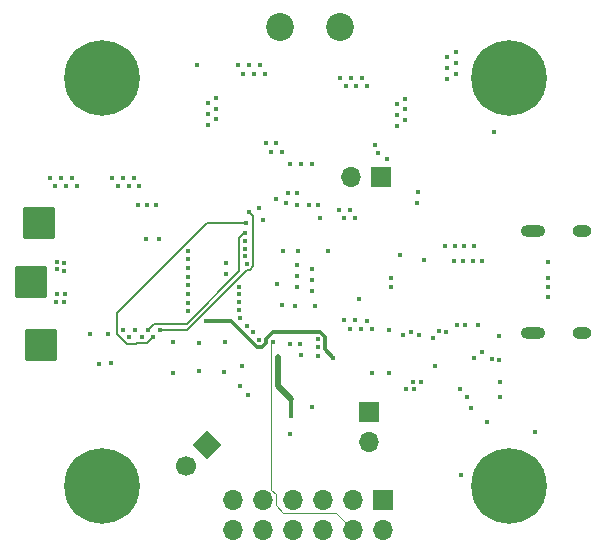
<source format=gbr>
%TF.GenerationSoftware,KiCad,Pcbnew,7.0.9*%
%TF.CreationDate,2024-02-12T03:50:36+01:00*%
%TF.ProjectId,MTR_Tiny_MD,4d54525f-5469-46e7-995f-4d442e6b6963,rev?*%
%TF.SameCoordinates,Original*%
%TF.FileFunction,Copper,L4,Inr*%
%TF.FilePolarity,Positive*%
%FSLAX46Y46*%
G04 Gerber Fmt 4.6, Leading zero omitted, Abs format (unit mm)*
G04 Created by KiCad (PCBNEW 7.0.9) date 2024-02-12 03:50:36*
%MOMM*%
%LPD*%
G01*
G04 APERTURE LIST*
G04 Aperture macros list*
%AMRoundRect*
0 Rectangle with rounded corners*
0 $1 Rounding radius*
0 $2 $3 $4 $5 $6 $7 $8 $9 X,Y pos of 4 corners*
0 Add a 4 corners polygon primitive as box body*
4,1,4,$2,$3,$4,$5,$6,$7,$8,$9,$2,$3,0*
0 Add four circle primitives for the rounded corners*
1,1,$1+$1,$2,$3*
1,1,$1+$1,$4,$5*
1,1,$1+$1,$6,$7*
1,1,$1+$1,$8,$9*
0 Add four rect primitives between the rounded corners*
20,1,$1+$1,$2,$3,$4,$5,0*
20,1,$1+$1,$4,$5,$6,$7,0*
20,1,$1+$1,$6,$7,$8,$9,0*
20,1,$1+$1,$8,$9,$2,$3,0*%
%AMHorizOval*
0 Thick line with rounded ends*
0 $1 width*
0 $2 $3 position (X,Y) of the first rounded end (center of the circle)*
0 $4 $5 position (X,Y) of the second rounded end (center of the circle)*
0 Add line between two ends*
20,1,$1,$2,$3,$4,$5,0*
0 Add two circle primitives to create the rounded ends*
1,1,$1,$2,$3*
1,1,$1,$4,$5*%
%AMRotRect*
0 Rectangle, with rotation*
0 The origin of the aperture is its center*
0 $1 length*
0 $2 width*
0 $3 Rotation angle, in degrees counterclockwise*
0 Add horizontal line*
21,1,$1,$2,0,0,$3*%
G04 Aperture macros list end*
%TA.AperFunction,ComponentPad*%
%ADD10R,1.700000X1.700000*%
%TD*%
%TA.AperFunction,ComponentPad*%
%ADD11O,1.700000X1.700000*%
%TD*%
%TA.AperFunction,ComponentPad*%
%ADD12RoundRect,0.165000X1.210000X-1.210000X1.210000X1.210000X-1.210000X1.210000X-1.210000X-1.210000X0*%
%TD*%
%TA.AperFunction,ComponentPad*%
%ADD13C,0.800000*%
%TD*%
%TA.AperFunction,ComponentPad*%
%ADD14C,6.400000*%
%TD*%
%TA.AperFunction,ComponentPad*%
%ADD15C,2.362200*%
%TD*%
%TA.AperFunction,ComponentPad*%
%ADD16O,2.100000X1.000000*%
%TD*%
%TA.AperFunction,ComponentPad*%
%ADD17O,1.600000X1.000000*%
%TD*%
%TA.AperFunction,ComponentPad*%
%ADD18RotRect,1.700000X1.700000X315.000000*%
%TD*%
%TA.AperFunction,ComponentPad*%
%ADD19HorizOval,1.700000X0.000000X0.000000X0.000000X0.000000X0*%
%TD*%
%TA.AperFunction,ViaPad*%
%ADD20C,0.450000*%
%TD*%
%TA.AperFunction,Conductor*%
%ADD21C,0.300000*%
%TD*%
%TA.AperFunction,Conductor*%
%ADD22C,0.500000*%
%TD*%
%TA.AperFunction,Conductor*%
%ADD23C,0.100000*%
%TD*%
%TA.AperFunction,Conductor*%
%ADD24C,0.200000*%
%TD*%
G04 APERTURE END LIST*
D10*
%TO.N,GND*%
%TO.C,J5*%
X110400000Y-111025000D03*
D11*
%TO.N,DOUT*%
X110400000Y-113565000D03*
%TD*%
D12*
%TO.N,OUTC*%
%TO.C,H12*%
X82620000Y-105310000D03*
%TD*%
D13*
%TO.N,GND*%
%TO.C,H1*%
X119850000Y-117250000D03*
X120552944Y-115552944D03*
X120552944Y-118947056D03*
X122250000Y-114850000D03*
D14*
X122250000Y-117250000D03*
D13*
X122250000Y-119650000D03*
X123947056Y-115552944D03*
X123947056Y-118947056D03*
X124650000Y-117250000D03*
%TD*%
%TO.N,GND*%
%TO.C,H3*%
X119850000Y-82750000D03*
X120552944Y-81052944D03*
X120552944Y-84447056D03*
X122250000Y-80350000D03*
D14*
X122250000Y-82750000D03*
D13*
X122250000Y-85150000D03*
X123947056Y-81052944D03*
X123947056Y-84447056D03*
X124650000Y-82750000D03*
%TD*%
%TO.N,GND*%
%TO.C,H8*%
X85350000Y-82750000D03*
X86052944Y-81052944D03*
X86052944Y-84447056D03*
X87750000Y-80350000D03*
D14*
X87750000Y-82750000D03*
D13*
X87750000Y-85150000D03*
X89447056Y-81052944D03*
X89447056Y-84447056D03*
X90150000Y-82750000D03*
%TD*%
%TO.N,GND*%
%TO.C,H9*%
X85350000Y-117250000D03*
X86052944Y-115552944D03*
X86052944Y-118947056D03*
X87750000Y-114850000D03*
D14*
X87750000Y-117250000D03*
D13*
X87750000Y-119650000D03*
X89447056Y-115552944D03*
X89447056Y-118947056D03*
X90150000Y-117250000D03*
%TD*%
D15*
%TO.N,/VM*%
%TO.C,J6*%
X107890000Y-78450000D03*
%TO.N,GND*%
X102890000Y-78450000D03*
%TD*%
D16*
%TO.N,unconnected-(J1-SHIELD-PadS1)*%
%TO.C,J1*%
X124280000Y-104370000D03*
D17*
X128460000Y-104370000D03*
D16*
X124280000Y-95730000D03*
D17*
X128460000Y-95730000D03*
%TD*%
D18*
%TO.N,SWD*%
%TO.C,J3*%
X96700000Y-113800000D03*
D19*
%TO.N,SWCLK*%
X94903949Y-115596051D03*
%TD*%
D10*
%TO.N,3V3_BUCK*%
%TO.C,J2*%
X111540000Y-118450000D03*
D11*
%TO.N,GND*%
X111540000Y-120990000D03*
%TO.N,GPIO23*%
X109000000Y-118450000D03*
%TO.N,GPIO21*%
X109000000Y-120990000D03*
%TO.N,+VBUS_OUT*%
X106460000Y-118450000D03*
%TO.N,GPIO20*%
X106460000Y-120990000D03*
%TO.N,GPIO25*%
X103920000Y-118450000D03*
%TO.N,GPIO2*%
X103920000Y-120990000D03*
%TO.N,GPIO24*%
X101380000Y-118450000D03*
%TO.N,GPIO3*%
X101380000Y-120990000D03*
%TO.N,GPIO22*%
X98840000Y-118450000D03*
%TO.N,GPIO9*%
X98840000Y-120990000D03*
%TD*%
D12*
%TO.N,OUTB*%
%TO.C,H11*%
X81740000Y-100030000D03*
%TD*%
%TO.N,OUTA*%
%TO.C,H10*%
X82440000Y-95030000D03*
%TD*%
D10*
%TO.N,UART_TX*%
%TO.C,J4*%
X111400000Y-91100000D03*
D11*
%TO.N,UART_RX*%
X108860000Y-91100000D03*
%TD*%
D20*
%TO.N,+1V1*%
X102600000Y-100175000D03*
X98300000Y-99325000D03*
X109507082Y-101412452D03*
%TO.N,3V3_BUCK*%
X108775000Y-93900000D03*
X103000000Y-88975000D03*
X109225000Y-94600000D03*
X112725000Y-85850000D03*
X109225000Y-103250000D03*
X108300000Y-103250000D03*
X121425000Y-106575000D03*
X110200000Y-103300000D03*
X112725000Y-86775000D03*
X104275000Y-92450000D03*
X121450000Y-108500000D03*
X114450000Y-93305000D03*
X110600000Y-103950000D03*
X108300000Y-94600000D03*
X113425000Y-84475000D03*
X95800000Y-81625000D03*
X103550000Y-92450000D03*
X88575000Y-106900000D03*
X103775000Y-109925000D03*
X113425000Y-86325000D03*
X98300000Y-98403750D03*
X103750000Y-110675000D03*
X119300469Y-106449000D03*
X120975000Y-87350000D03*
X113425000Y-85400000D03*
X103750000Y-111375000D03*
X104365000Y-97347100D03*
X103095000Y-97347100D03*
X102650000Y-106400000D03*
X101625000Y-88275000D03*
X108750000Y-103950000D03*
X109675000Y-103950000D03*
X102075000Y-88975000D03*
X102550000Y-88275000D03*
X107850000Y-93900000D03*
X112725000Y-84925000D03*
%TO.N,Current_A*%
X95050000Y-97350000D03*
X93750000Y-105050000D03*
%TO.N,Current_B*%
X95950000Y-105150000D03*
X95096127Y-98045630D03*
%TO.N,Current_C*%
X95091757Y-98791757D03*
X98150000Y-105050000D03*
%TO.N,VREF*%
X95100000Y-99550000D03*
X107349500Y-106425000D03*
X96545878Y-103354122D03*
%TO.N,DOUT*%
X103675000Y-112900000D03*
%TO.N,GPIO25*%
X105550000Y-110625000D03*
%TO.N,USB_D+*%
X125500000Y-99700000D03*
X112280000Y-99700000D03*
%TO.N,USB_D-*%
X125500000Y-100400000D03*
X112280000Y-100400000D03*
%TO.N,GPIO24*%
X104665322Y-106162026D03*
%TO.N,GPIO22*%
X103674500Y-105250000D03*
%TO.N,GPIO9*%
X101435523Y-94764477D03*
%TO.N,GPIO3*%
X106100000Y-93500000D03*
%TO.N,GPIO2*%
X106275500Y-94550000D03*
%TO.N,GPIO20*%
X101100000Y-104900000D03*
%TO.N,GPIO21*%
X102250000Y-105100000D03*
%TO.N,SWD*%
X99413337Y-101053153D03*
%TO.N,SWCLK*%
X99403721Y-100403722D03*
%TO.N,RUN*%
X118150000Y-116350000D03*
X120350000Y-111825000D03*
X99398827Y-101702494D03*
%TO.N,nFAULT*%
X102500000Y-92950000D03*
X87550000Y-106950000D03*
%TO.N,I2C_SDA*%
X105850000Y-102025000D03*
X105300000Y-93500000D03*
X119925000Y-98224500D03*
X111950000Y-89575000D03*
%TO.N,I2C_SCL*%
X119175000Y-98224500D03*
X111161833Y-89081555D03*
X104100000Y-102000000D03*
X104250000Y-93500000D03*
%TO.N,nSLEEP*%
X88250000Y-104400000D03*
X103360523Y-93289477D03*
%TO.N,DRVOFF*%
X101100000Y-93750000D03*
X86750000Y-104375000D03*
%TO.N,INLC*%
X92699000Y-104081112D03*
X100250000Y-94100000D03*
%TO.N,INHC*%
X92125000Y-104700000D03*
X99950000Y-95000000D03*
%TO.N,INLB*%
X91649500Y-104100000D03*
X99924500Y-95890475D03*
%TO.N,INHB*%
X91125000Y-104675000D03*
X99924500Y-96539978D03*
%TO.N,INLA*%
X99924500Y-97189481D03*
X90600000Y-104100000D03*
%TO.N,INHA*%
X99924500Y-97838984D03*
X90075000Y-104700000D03*
%TO.N,SPI_MISO*%
X95075000Y-102475000D03*
X99400004Y-102351995D03*
%TO.N,SPI_SS*%
X95100000Y-100300000D03*
X99450000Y-103100000D03*
%TO.N,SPI_SCK*%
X95100000Y-101050000D03*
X100050000Y-103700000D03*
%TO.N,SPI_MOSI*%
X100600000Y-104250000D03*
X95075000Y-101775000D03*
%TO.N,DIR_Pin*%
X103025000Y-101975000D03*
%TO.N,GPIO23*%
X104500000Y-105250000D03*
X124400000Y-112700000D03*
%TO.N,Net-(U1-GPIO26_ADC0)*%
X106024500Y-104850000D03*
X93750000Y-107675000D03*
%TO.N,Net-(U1-GPIO27_ADC1)*%
X106062250Y-105553151D03*
X95975000Y-107575000D03*
%TO.N,Net-(U1-GPIO28_ADC2)*%
X98125000Y-107600000D03*
X106100000Y-106300000D03*
%TO.N,+VBUS_OUT*%
X114105885Y-108505885D03*
X113524500Y-109075000D03*
X114225000Y-109075000D03*
X114796947Y-108505885D03*
%TO.N,VBUS_MIN*%
X115816207Y-104735585D03*
%TO.N,ISNK_FINE*%
X119603575Y-103625500D03*
X119000000Y-110675000D03*
%TO.N,ALIM*%
X99275000Y-81675000D03*
X99725000Y-82375000D03*
X89100000Y-91900000D03*
X101575000Y-82375000D03*
X101125000Y-81675000D03*
X88650000Y-91200000D03*
X100200000Y-81675000D03*
X100650000Y-82375000D03*
X117725000Y-81475000D03*
X117725000Y-82400000D03*
X90025000Y-91900000D03*
X117025000Y-81925000D03*
X89575000Y-91200000D03*
X117025000Y-81000000D03*
X120775709Y-106558511D03*
X90950000Y-91900000D03*
X117025000Y-82850000D03*
X90500000Y-91200000D03*
X117725000Y-80550000D03*
%TO.N,+VBUS_FET_EN*%
X116927796Y-104214207D03*
X119925500Y-105924500D03*
%TO.N,GATE*%
X118686622Y-109711622D03*
X113908148Y-104246945D03*
%TO.N,SAFE_PWR_EN*%
X117825000Y-103625500D03*
%TO.N,SOURCE*%
X112050000Y-107725000D03*
X114625000Y-104500000D03*
%TO.N,/CC1*%
X117575081Y-98224500D03*
X125525000Y-101300000D03*
%TO.N,/CC2*%
X118302241Y-98224500D03*
X125525000Y-98300000D03*
%TO.N,GND*%
X84600000Y-98425000D03*
X103725000Y-90025000D03*
X104650000Y-90025000D03*
X97450000Y-85325000D03*
X110675000Y-107725000D03*
X84725000Y-91875000D03*
X115965500Y-107124500D03*
X96750000Y-84850000D03*
X92325000Y-93450000D03*
X108400000Y-83400000D03*
X105550000Y-98900000D03*
X99423819Y-108849500D03*
X113000000Y-97700000D03*
X104325000Y-99475000D03*
X96750000Y-86700000D03*
X107950000Y-82700000D03*
X100150000Y-109550000D03*
X89534311Y-104075626D03*
X112050000Y-104050000D03*
X84600000Y-99075000D03*
X108875000Y-82700000D03*
X105550000Y-100750000D03*
X84650000Y-101050000D03*
X85650000Y-91875000D03*
X110925000Y-88450000D03*
X84525000Y-101675000D03*
X105575000Y-90025000D03*
X106875000Y-97350000D03*
X83875000Y-101675000D03*
X96750000Y-85775000D03*
X100053721Y-98475500D03*
X105550000Y-99825000D03*
X90825000Y-93449500D03*
X83800000Y-91875000D03*
X92594990Y-96369990D03*
X97450000Y-84400000D03*
X83350000Y-91175000D03*
X84275000Y-91175000D03*
X110250000Y-83400000D03*
X85200000Y-91175000D03*
X104325000Y-98550000D03*
X115075000Y-98175000D03*
X104325000Y-100400000D03*
X109800000Y-82700000D03*
X91575000Y-93450000D03*
X114500000Y-92375000D03*
X84000000Y-101050000D03*
X99625000Y-107125500D03*
X83975000Y-98950000D03*
X83975000Y-98300000D03*
X121450000Y-109775000D03*
X91491622Y-96366622D03*
X97450000Y-86250000D03*
X109325000Y-83400000D03*
%TO.N,ISNK_COARSE*%
X121425000Y-104600000D03*
X118544319Y-103614638D03*
%TO.N,VBUS_MAX*%
X116278490Y-104198242D03*
%TO.N,+VBUS*%
X118425000Y-96924500D03*
X117650000Y-96924500D03*
X119250000Y-96925000D03*
X116825000Y-96924000D03*
%TO.N,DRAIN_1*%
X118075000Y-109100000D03*
X113300000Y-104475000D03*
%TD*%
D21*
%TO.N,3V3_BUCK*%
X103750000Y-111375000D02*
X103750000Y-110675000D01*
D22*
X102650000Y-106400000D02*
X102650000Y-108800000D01*
X102650000Y-108800000D02*
X103775000Y-109925000D01*
D21*
X103775000Y-109925000D02*
X103775000Y-110650000D01*
X103775000Y-110650000D02*
X103750000Y-110675000D01*
%TO.N,VREF*%
X100861827Y-105475000D02*
X98740949Y-103354122D01*
X98740949Y-103354122D02*
X96545878Y-103354122D01*
X101338173Y-105475000D02*
X100861827Y-105475000D01*
X106637250Y-105712750D02*
X106637250Y-104649577D01*
X102261827Y-104275000D02*
X101675000Y-104861827D01*
X106262673Y-104275000D02*
X102261827Y-104275000D01*
X107349500Y-106425000D02*
X106637250Y-105712750D01*
X101675000Y-105138173D02*
X101338173Y-105475000D01*
X101675000Y-104861827D02*
X101675000Y-105138173D01*
X106637250Y-104649577D02*
X106262673Y-104275000D01*
D23*
%TO.N,GPIO21*%
X102075000Y-117589365D02*
X102075000Y-105275000D01*
X102075000Y-105275000D02*
X102250000Y-105100000D01*
X102480000Y-118905635D02*
X102480000Y-117994365D01*
X103124365Y-119550000D02*
X102480000Y-118905635D01*
X109000000Y-120990000D02*
X107560000Y-119550000D01*
X107560000Y-119550000D02*
X103124365Y-119550000D01*
X102480000Y-117994365D02*
X102075000Y-117589365D01*
D24*
%TO.N,INLC*%
X92699000Y-104081112D02*
X94984574Y-104081112D01*
X100271184Y-99000500D02*
X100578721Y-98692963D01*
X100578721Y-98692963D02*
X100578721Y-94428721D01*
X100065186Y-99000500D02*
X100271184Y-99000500D01*
X100578721Y-94428721D02*
X100250000Y-94100000D01*
X94984574Y-104081112D02*
X100065186Y-99000500D01*
%TO.N,INHC*%
X89857537Y-105225000D02*
X89009311Y-104376774D01*
X96650000Y-95000000D02*
X99950000Y-95000000D01*
X89009311Y-104376774D02*
X89009311Y-102640689D01*
X89009311Y-102640689D02*
X96650000Y-95000000D01*
X90682537Y-105200000D02*
X90657537Y-105225000D01*
X92125000Y-104700000D02*
X91625000Y-105200000D01*
X90657537Y-105225000D02*
X89857537Y-105225000D01*
X91625000Y-105200000D02*
X90682537Y-105200000D01*
%TO.N,INLB*%
X92193388Y-103556112D02*
X94943888Y-103556112D01*
X99399500Y-96322515D02*
X99831540Y-95890475D01*
X99831540Y-95890475D02*
X99924500Y-95890475D01*
X94943888Y-103556112D02*
X99399500Y-99100500D01*
X99399500Y-99100500D02*
X99399500Y-96322515D01*
X91649500Y-104100000D02*
X92193388Y-103556112D01*
%TD*%
M02*

</source>
